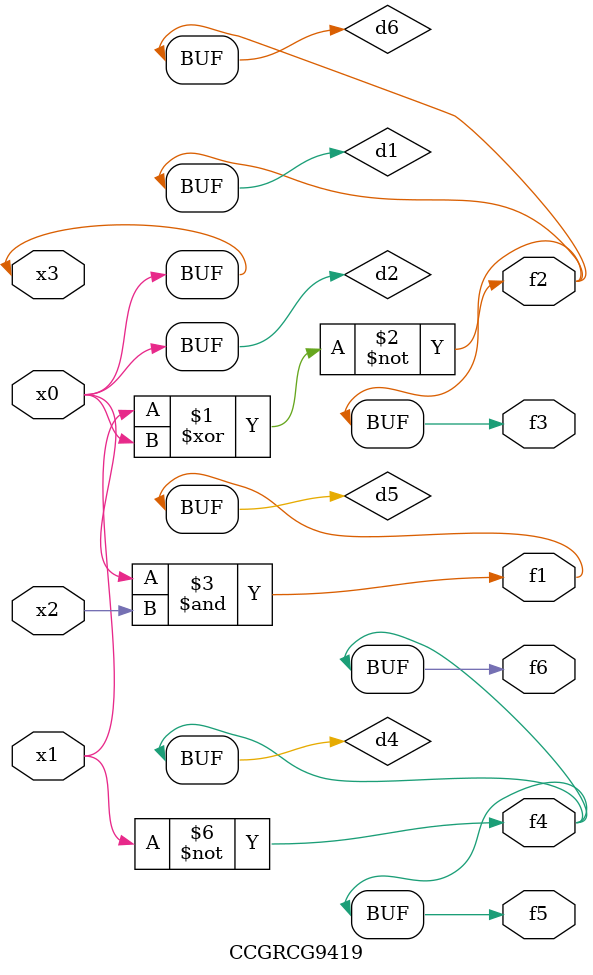
<source format=v>
module CCGRCG9419(
	input x0, x1, x2, x3,
	output f1, f2, f3, f4, f5, f6
);

	wire d1, d2, d3, d4, d5, d6;

	xnor (d1, x1, x3);
	buf (d2, x0, x3);
	nand (d3, x0, x2);
	not (d4, x1);
	nand (d5, d3);
	or (d6, d1);
	assign f1 = d5;
	assign f2 = d6;
	assign f3 = d6;
	assign f4 = d4;
	assign f5 = d4;
	assign f6 = d4;
endmodule

</source>
